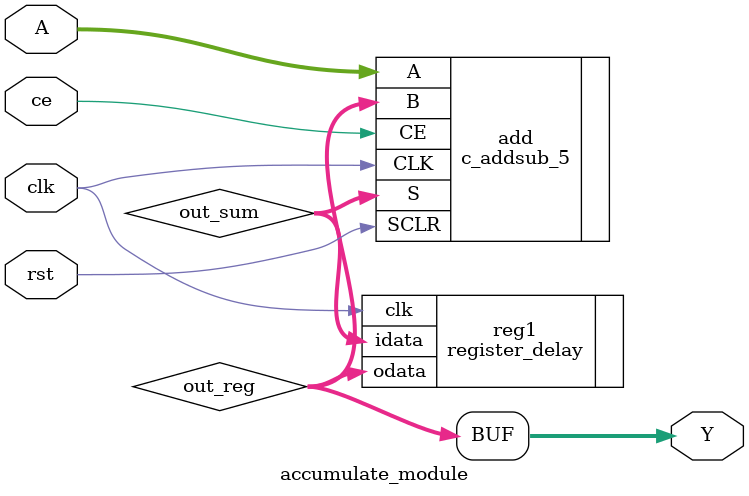
<source format=v>
`timescale 1ns / 1ps


module accumulate_module(
    input clk,
    input rst,
    input ce,
    input [12:0] A,
    output [20:0] Y
    );
wire signed [20:0] out_sum;
wire signed [20:0] out_reg;

register_delay #(
    .N(21),
    .DELAY(0)
)
reg1 (
    .clk(clk),
    .idata(out_sum),
    .odata(out_reg)
);


c_addsub_5 add(
    .CLK(clk),
    .CE(ce),
    .SCLR(rst),
    .A(A),
    .B(out_reg),
    .S(out_sum)
);

assign Y = out_reg;


endmodule

</source>
